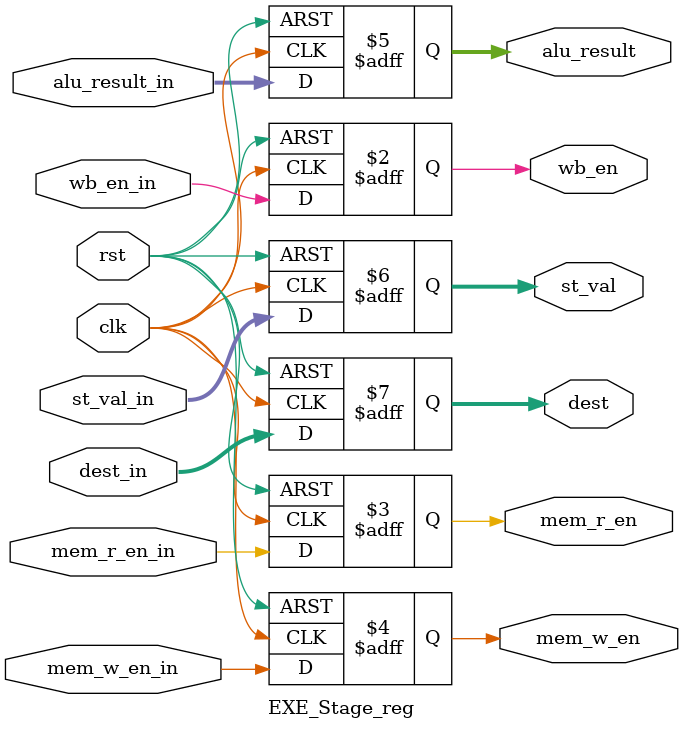
<source format=v>
module EXE_Stage_reg #(parameter BIT_NUMBER = 32) (
  input clk, rst,
  input wb_en_in, mem_r_en_in, mem_w_en_in,
  input [BIT_NUMBER - 1:0] alu_result_in, st_val_in,
  input [3:0] dest_in,
  output reg wb_en, mem_r_en, mem_w_en,
  output reg [BIT_NUMBER - 1:0] alu_result, st_val,
  output reg [3:0] dest
  );
  always @ ( posedge clk, posedge rst ) begin
    if (rst) begin
      {wb_en, mem_r_en, mem_w_en,
      alu_result, st_val,
      dest} = 100'b0;
    end
    else begin
      {wb_en, mem_r_en, mem_w_en,
        alu_result, st_val,
        dest} = {wb_en_in, mem_r_en_in, mem_w_en_in,
                  alu_result_in, st_val_in,
                  dest_in};
    end
  end
endmodule

</source>
